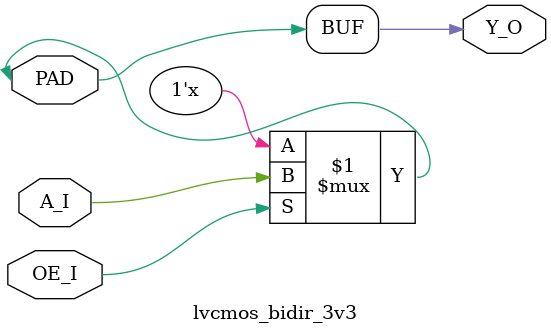
<source format=v>

module lvcmos_bidir_3v3 (
  inout  PAD,
  input  A_I,
  output Y_O,
  input  OE_I
);
  assign PAD = OE_I ? A_I : 1'bz;
  assign Y_O = PAD;
endmodule

</source>
